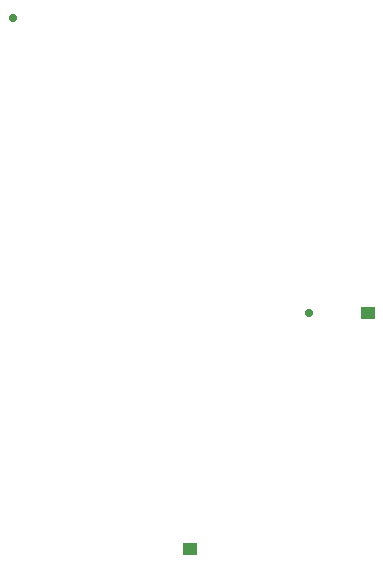
<source format=gbs>
%TF.GenerationSoftware,KiCad,Pcbnew,9.0.2*%
%TF.CreationDate,2025-05-30T12:00:00+02:00*%
%TF.ProjectId,PizzaBoard-RP2040,50697a7a-6142-46f6-9172-642d52503230,1.1*%
%TF.SameCoordinates,Original*%
%TF.FileFunction,Soldermask,Bot*%
%TF.FilePolarity,Negative*%
%FSLAX46Y46*%
G04 Gerber Fmt 4.6, Leading zero omitted, Abs format (unit mm)*%
G04 Created by corrected design*%
%MOMM*%
%LPD*%
G01*%
G04 APERTURE LIST*%
%ADD10R,1.150000X1.050000*%
%ADD11R,0.700000X1.250000*%
%ADD12C,0.700000*%
G04 APERTURE END LIST*%
G04 Solder mask openings for component pads*%
D10*%
X25000000Y25000000D03*%
X40000000Y25000000D03*%
D11*%
X25000000Y5000000D03*%
X15000000Y35000000D03*%
D12*%
X15000000Y25000000D03*%
X35000000Y25000000D03*%
X25000000Y50000000D03*%
X10000000Y50000000D03*%
X10000000Y60000000D03*%
M02*%

</source>
